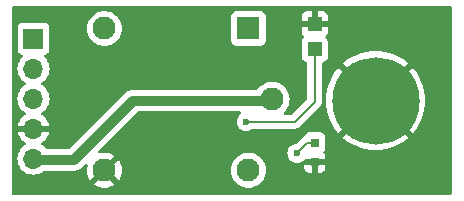
<source format=gbr>
%TF.GenerationSoftware,KiCad,Pcbnew,8.0.7*%
%TF.CreationDate,2025-03-16T23:49:03-07:00*%
%TF.ProjectId,RelaySwitchCompact,52656c61-7953-4776-9974-6368436f6d70,rev?*%
%TF.SameCoordinates,Original*%
%TF.FileFunction,Copper,L1,Top*%
%TF.FilePolarity,Positive*%
%FSLAX46Y46*%
G04 Gerber Fmt 4.6, Leading zero omitted, Abs format (unit mm)*
G04 Created by KiCad (PCBNEW 8.0.7) date 2025-03-16 23:49:03*
%MOMM*%
%LPD*%
G01*
G04 APERTURE LIST*
%TA.AperFunction,ComponentPad*%
%ADD10R,1.950000X1.950000*%
%TD*%
%TA.AperFunction,ComponentPad*%
%ADD11C,1.950000*%
%TD*%
%TA.AperFunction,ComponentPad*%
%ADD12R,1.700000X1.700000*%
%TD*%
%TA.AperFunction,ComponentPad*%
%ADD13O,1.700000X1.700000*%
%TD*%
%TA.AperFunction,SMDPad,CuDef*%
%ADD14R,1.200000X1.200000*%
%TD*%
%TA.AperFunction,SMDPad,CuDef*%
%ADD15R,0.800000X0.800000*%
%TD*%
%TA.AperFunction,ComponentPad*%
%ADD16C,7.400000*%
%TD*%
%TA.AperFunction,ViaPad*%
%ADD17C,0.500000*%
%TD*%
%TA.AperFunction,ViaPad*%
%ADD18C,0.600000*%
%TD*%
%TA.AperFunction,Conductor*%
%ADD19C,0.850000*%
%TD*%
%TA.AperFunction,Conductor*%
%ADD20C,0.200000*%
%TD*%
G04 APERTURE END LIST*
D10*
%TO.P,K1,1*%
%TO.N,Net-(U2-C)*%
X170500000Y-97400000D03*
D11*
%TO.P,K1,2*%
%TO.N,/RelayOut*%
X172500000Y-103400000D03*
%TO.P,K1,3*%
%TO.N,+5V*%
X170500000Y-109400000D03*
%TO.P,K1,4*%
%TO.N,GND*%
X158300000Y-109400000D03*
%TO.P,K1,5*%
%TO.N,Net-(F1-Pad1)*%
X158300000Y-97400000D03*
%TD*%
D12*
%TO.P,J1,1,Pin_1*%
%TO.N,/RelayIn*%
X152300000Y-98260000D03*
D13*
%TO.P,J1,2,Pin_2*%
%TO.N,+5V*%
X152300000Y-100800000D03*
%TO.P,J1,3,Pin_3*%
%TO.N,/GPIO*%
X152300000Y-103340000D03*
%TO.P,J1,4,Pin_4*%
%TO.N,GND*%
X152300000Y-105880000D03*
%TO.P,J1,5,Pin_5*%
%TO.N,/RelayOut*%
X152300000Y-108420000D03*
%TD*%
D14*
%TO.P,LED2,A*%
%TO.N,Net-(LED2-PadA)*%
X176100000Y-99150000D03*
%TO.P,LED2,C*%
%TO.N,GND*%
X176100000Y-97050000D03*
%TD*%
D15*
%TO.P,LED1,1,K*%
%TO.N,GND*%
X176100000Y-108725000D03*
%TO.P,LED1,2,A*%
%TO.N,Net-(LED1-A)*%
X176100000Y-107075000D03*
%TD*%
D16*
%TO.P,H1,1,1*%
%TO.N,GND*%
X181260000Y-103500000D03*
%TD*%
D17*
%TO.N,GND*%
X165500000Y-99300000D03*
X165500000Y-101200000D03*
X165500000Y-97500000D03*
X165500000Y-107300000D03*
X165500000Y-105100000D03*
X168100000Y-105100000D03*
D18*
%TO.N,Net-(LED1-A)*%
X174600000Y-107965000D03*
%TO.N,Net-(LED2-PadA)*%
X170300000Y-105300000D03*
%TD*%
D19*
%TO.N,/RelayOut*%
X160750000Y-103500000D02*
X172450000Y-103500000D01*
X172450000Y-103500000D02*
X172500000Y-103450000D01*
X155750000Y-108500000D02*
X160750000Y-103500000D01*
X152300000Y-108500000D02*
X155750000Y-108500000D01*
D20*
%TO.N,GND*%
X181260000Y-103580000D02*
X184520000Y-103580000D01*
X184520000Y-103580000D02*
X184700000Y-103400000D01*
%TO.N,Net-(LED1-A)*%
X175490000Y-107075000D02*
X174600000Y-107965000D01*
X176100000Y-107075000D02*
X175490000Y-107075000D01*
%TO.N,Net-(LED2-PadA)*%
X170300000Y-105300000D02*
X174400000Y-105300000D01*
X174400000Y-105300000D02*
X176100000Y-103600000D01*
X176100000Y-103600000D02*
X176100000Y-99150000D01*
%TD*%
%TA.AperFunction,Conductor*%
%TO.N,GND*%
G36*
X187652037Y-95520185D02*
G01*
X187697792Y-95572989D01*
X187708997Y-95624495D01*
X187709239Y-103504966D01*
X187709481Y-111375496D01*
X187689798Y-111442536D01*
X187636996Y-111488293D01*
X187585481Y-111499500D01*
X150624500Y-111499500D01*
X150557461Y-111479815D01*
X150511706Y-111427011D01*
X150500500Y-111375500D01*
X150500500Y-100799999D01*
X150944341Y-100799999D01*
X150944341Y-100800000D01*
X150964936Y-101035403D01*
X150964938Y-101035413D01*
X151026094Y-101263655D01*
X151026096Y-101263659D01*
X151026097Y-101263663D01*
X151125965Y-101477830D01*
X151125967Y-101477834D01*
X151261501Y-101671395D01*
X151261506Y-101671402D01*
X151428597Y-101838493D01*
X151428603Y-101838498D01*
X151614158Y-101968425D01*
X151657783Y-102023002D01*
X151664977Y-102092500D01*
X151633454Y-102154855D01*
X151614158Y-102171575D01*
X151428597Y-102301505D01*
X151261505Y-102468597D01*
X151125965Y-102662169D01*
X151125964Y-102662171D01*
X151026098Y-102876335D01*
X151026094Y-102876344D01*
X150964938Y-103104586D01*
X150964936Y-103104596D01*
X150944341Y-103339999D01*
X150944341Y-103340000D01*
X150964936Y-103575403D01*
X150964938Y-103575413D01*
X151026094Y-103803655D01*
X151026096Y-103803659D01*
X151026097Y-103803663D01*
X151103063Y-103968716D01*
X151125965Y-104017830D01*
X151125967Y-104017834D01*
X151186768Y-104104666D01*
X151261505Y-104211401D01*
X151428599Y-104378495D01*
X151594178Y-104494435D01*
X151614594Y-104508730D01*
X151658219Y-104563307D01*
X151665413Y-104632805D01*
X151633890Y-104695160D01*
X151614595Y-104711880D01*
X151428922Y-104841890D01*
X151428920Y-104841891D01*
X151261891Y-105008920D01*
X151261886Y-105008926D01*
X151126400Y-105202420D01*
X151126399Y-105202422D01*
X151026570Y-105416507D01*
X151026567Y-105416513D01*
X150969364Y-105629999D01*
X150969364Y-105630000D01*
X151866988Y-105630000D01*
X151834075Y-105687007D01*
X151800000Y-105814174D01*
X151800000Y-105945826D01*
X151834075Y-106072993D01*
X151866988Y-106130000D01*
X150969364Y-106130000D01*
X151026567Y-106343486D01*
X151026570Y-106343492D01*
X151126399Y-106557578D01*
X151261894Y-106751082D01*
X151428917Y-106918105D01*
X151614595Y-107048119D01*
X151658219Y-107102696D01*
X151665412Y-107172195D01*
X151633890Y-107234549D01*
X151614595Y-107251269D01*
X151428594Y-107381508D01*
X151261505Y-107548597D01*
X151125965Y-107742169D01*
X151125964Y-107742171D01*
X151026098Y-107956335D01*
X151026094Y-107956344D01*
X150964938Y-108184586D01*
X150964936Y-108184596D01*
X150944341Y-108419999D01*
X150944341Y-108420000D01*
X150964936Y-108655403D01*
X150964938Y-108655413D01*
X151026094Y-108883655D01*
X151026096Y-108883659D01*
X151026097Y-108883663D01*
X151073654Y-108985649D01*
X151125965Y-109097830D01*
X151125967Y-109097834D01*
X151178490Y-109172844D01*
X151261505Y-109291401D01*
X151428599Y-109458495D01*
X151462435Y-109482187D01*
X151622165Y-109594032D01*
X151622167Y-109594033D01*
X151622170Y-109594035D01*
X151836337Y-109693903D01*
X152064592Y-109755063D01*
X152252918Y-109771539D01*
X152299999Y-109775659D01*
X152300000Y-109775659D01*
X152300001Y-109775659D01*
X152339234Y-109772226D01*
X152535408Y-109755063D01*
X152763663Y-109693903D01*
X152977830Y-109594035D01*
X153171401Y-109458495D01*
X153171413Y-109458482D01*
X153175544Y-109455018D01*
X153177111Y-109456885D01*
X153229400Y-109428334D01*
X153255758Y-109425500D01*
X155841156Y-109425500D01*
X155961445Y-109401572D01*
X156019958Y-109389933D01*
X156132245Y-109343422D01*
X156188387Y-109320168D01*
X156188391Y-109320166D01*
X156263672Y-109269864D01*
X156339972Y-109218883D01*
X156670107Y-108888748D01*
X156731430Y-108855263D01*
X156801121Y-108860247D01*
X156857055Y-108902118D01*
X156881472Y-108967583D01*
X156877994Y-109006868D01*
X156840130Y-109156392D01*
X156819945Y-109399994D01*
X156819945Y-109400005D01*
X156840130Y-109643605D01*
X156900138Y-109880573D01*
X156998328Y-110104424D01*
X157094626Y-110251820D01*
X157698958Y-109647487D01*
X157723978Y-109707890D01*
X157795112Y-109814351D01*
X157885649Y-109904888D01*
X157992110Y-109976022D01*
X158052510Y-110001041D01*
X157447757Y-110605793D01*
X157447758Y-110605794D01*
X157490485Y-110639050D01*
X157490485Y-110639051D01*
X157705468Y-110755394D01*
X157705476Y-110755397D01*
X157936664Y-110834765D01*
X158177779Y-110875000D01*
X158422221Y-110875000D01*
X158663335Y-110834765D01*
X158894523Y-110755397D01*
X158894531Y-110755394D01*
X159109515Y-110639050D01*
X159109516Y-110639048D01*
X159152240Y-110605794D01*
X159152241Y-110605793D01*
X158547488Y-110001041D01*
X158607890Y-109976022D01*
X158714351Y-109904888D01*
X158804888Y-109814351D01*
X158876022Y-109707890D01*
X158901041Y-109647488D01*
X159505372Y-110251820D01*
X159601669Y-110104429D01*
X159699861Y-109880573D01*
X159759869Y-109643605D01*
X159780055Y-109400005D01*
X159780055Y-109399994D01*
X169019443Y-109399994D01*
X169019443Y-109400005D01*
X169039634Y-109643683D01*
X169039636Y-109643695D01*
X169099663Y-109880734D01*
X169197888Y-110104666D01*
X169331632Y-110309378D01*
X169497242Y-110489277D01*
X169497252Y-110489286D01*
X169689670Y-110639051D01*
X169690212Y-110639473D01*
X169905267Y-110755855D01*
X169905270Y-110755856D01*
X170136541Y-110835251D01*
X170136543Y-110835251D01*
X170136545Y-110835252D01*
X170377737Y-110875500D01*
X170377738Y-110875500D01*
X170622262Y-110875500D01*
X170622263Y-110875500D01*
X170863455Y-110835252D01*
X171094733Y-110755855D01*
X171309788Y-110639473D01*
X171502754Y-110489281D01*
X171668368Y-110309377D01*
X171802111Y-110104667D01*
X171900336Y-109880736D01*
X171960364Y-109643692D01*
X171961913Y-109624999D01*
X171980557Y-109400005D01*
X171980557Y-109399994D01*
X171961735Y-109172844D01*
X175200000Y-109172844D01*
X175206401Y-109232372D01*
X175206403Y-109232379D01*
X175256645Y-109367086D01*
X175256649Y-109367093D01*
X175342809Y-109482187D01*
X175342812Y-109482190D01*
X175457906Y-109568350D01*
X175457913Y-109568354D01*
X175592620Y-109618596D01*
X175592627Y-109618598D01*
X175652155Y-109624999D01*
X175652172Y-109625000D01*
X175850000Y-109625000D01*
X176350000Y-109625000D01*
X176547828Y-109625000D01*
X176547844Y-109624999D01*
X176607372Y-109618598D01*
X176607379Y-109618596D01*
X176742086Y-109568354D01*
X176742093Y-109568350D01*
X176857187Y-109482190D01*
X176857190Y-109482187D01*
X176943350Y-109367093D01*
X176943354Y-109367086D01*
X176993596Y-109232379D01*
X176993598Y-109232372D01*
X176999999Y-109172844D01*
X177000000Y-109172827D01*
X177000000Y-108975000D01*
X176350000Y-108975000D01*
X176350000Y-109625000D01*
X175850000Y-109625000D01*
X175850000Y-108975000D01*
X175200000Y-108975000D01*
X175200000Y-109172844D01*
X171961735Y-109172844D01*
X171960365Y-109156316D01*
X171960363Y-109156304D01*
X171900336Y-108919265D01*
X171874448Y-108860247D01*
X171802111Y-108695333D01*
X171736440Y-108594815D01*
X171668367Y-108490621D01*
X171502757Y-108310722D01*
X171502747Y-108310713D01*
X171309791Y-108160529D01*
X171309787Y-108160526D01*
X171094734Y-108044145D01*
X171094729Y-108044143D01*
X170864180Y-107964996D01*
X173794435Y-107964996D01*
X173794435Y-107965003D01*
X173814630Y-108144249D01*
X173814631Y-108144254D01*
X173874211Y-108314523D01*
X173940487Y-108420000D01*
X173970184Y-108467262D01*
X174097738Y-108594816D01*
X174188080Y-108651582D01*
X174194169Y-108655408D01*
X174250478Y-108690789D01*
X174264156Y-108695575D01*
X174420745Y-108750368D01*
X174420750Y-108750369D01*
X174599996Y-108770565D01*
X174600000Y-108770565D01*
X174600004Y-108770565D01*
X174779249Y-108750369D01*
X174779252Y-108750368D01*
X174779255Y-108750368D01*
X174949522Y-108690789D01*
X175102262Y-108594816D01*
X175185759Y-108511319D01*
X175247082Y-108477834D01*
X175273440Y-108475000D01*
X177000000Y-108475000D01*
X177000000Y-108277172D01*
X176999999Y-108277155D01*
X176993598Y-108217627D01*
X176993596Y-108217620D01*
X176943354Y-108082913D01*
X176943353Y-108082911D01*
X176862366Y-107974727D01*
X176837949Y-107909263D01*
X176852800Y-107840990D01*
X176862357Y-107826118D01*
X176943796Y-107717331D01*
X176994091Y-107582483D01*
X177000500Y-107522873D01*
X177000499Y-106627128D01*
X176994091Y-106567517D01*
X176991996Y-106561901D01*
X176943797Y-106432671D01*
X176943793Y-106432664D01*
X176857547Y-106317455D01*
X176857544Y-106317452D01*
X176742335Y-106231206D01*
X176742328Y-106231202D01*
X176607482Y-106180908D01*
X176607483Y-106180908D01*
X176547883Y-106174501D01*
X176547881Y-106174500D01*
X176547873Y-106174500D01*
X176547864Y-106174500D01*
X175652129Y-106174500D01*
X175652123Y-106174501D01*
X175592516Y-106180908D01*
X175457671Y-106231202D01*
X175457664Y-106231206D01*
X175342455Y-106317452D01*
X175342452Y-106317455D01*
X175256205Y-106432665D01*
X175256204Y-106432667D01*
X175231892Y-106497849D01*
X175190020Y-106553782D01*
X175177712Y-106561901D01*
X175121284Y-106594479D01*
X175121282Y-106594481D01*
X175009478Y-106706286D01*
X174581465Y-107134298D01*
X174520142Y-107167783D01*
X174507668Y-107169837D01*
X174420750Y-107179630D01*
X174250478Y-107239210D01*
X174097737Y-107335184D01*
X173970184Y-107462737D01*
X173874211Y-107615476D01*
X173814631Y-107785745D01*
X173814630Y-107785750D01*
X173794435Y-107964996D01*
X170864180Y-107964996D01*
X170863458Y-107964748D01*
X170649565Y-107929056D01*
X170622263Y-107924500D01*
X170377737Y-107924500D01*
X170350435Y-107929056D01*
X170136541Y-107964748D01*
X169905270Y-108044143D01*
X169905265Y-108044145D01*
X169690212Y-108160526D01*
X169690208Y-108160529D01*
X169497252Y-108310713D01*
X169497242Y-108310722D01*
X169331632Y-108490621D01*
X169197888Y-108695333D01*
X169099663Y-108919265D01*
X169039636Y-109156304D01*
X169039634Y-109156316D01*
X169019443Y-109399994D01*
X159780055Y-109399994D01*
X159759869Y-109156394D01*
X159699861Y-108919426D01*
X159601671Y-108695575D01*
X159505372Y-108548178D01*
X158901041Y-109152510D01*
X158876022Y-109092110D01*
X158804888Y-108985649D01*
X158714351Y-108895112D01*
X158607890Y-108823978D01*
X158547487Y-108798958D01*
X159152240Y-108194205D01*
X159152240Y-108194204D01*
X159109514Y-108160949D01*
X159109514Y-108160948D01*
X158894531Y-108044605D01*
X158894523Y-108044602D01*
X158663335Y-107965234D01*
X158422221Y-107925000D01*
X158177779Y-107925000D01*
X157936665Y-107965234D01*
X157921225Y-107970535D01*
X157851427Y-107973684D01*
X157791006Y-107938597D01*
X157759146Y-107876414D01*
X157765963Y-107806877D01*
X157793283Y-107765572D01*
X161097036Y-104461819D01*
X161158359Y-104428334D01*
X161184717Y-104425500D01*
X169756737Y-104425500D01*
X169823776Y-104445185D01*
X169869531Y-104497989D01*
X169879475Y-104567147D01*
X169850450Y-104630703D01*
X169822710Y-104654492D01*
X169818240Y-104657302D01*
X169797737Y-104670184D01*
X169670184Y-104797737D01*
X169574211Y-104950476D01*
X169514631Y-105120745D01*
X169514630Y-105120750D01*
X169494435Y-105299996D01*
X169494435Y-105300003D01*
X169514630Y-105479249D01*
X169514631Y-105479254D01*
X169574211Y-105649523D01*
X169670184Y-105802262D01*
X169797738Y-105929816D01*
X169950478Y-106025789D01*
X170085379Y-106072993D01*
X170120745Y-106085368D01*
X170120750Y-106085369D01*
X170299996Y-106105565D01*
X170300000Y-106105565D01*
X170300004Y-106105565D01*
X170479249Y-106085369D01*
X170479252Y-106085368D01*
X170479255Y-106085368D01*
X170649522Y-106025789D01*
X170802262Y-105929816D01*
X170802267Y-105929810D01*
X170805097Y-105927555D01*
X170807275Y-105926665D01*
X170808158Y-105926111D01*
X170808255Y-105926265D01*
X170869783Y-105901145D01*
X170882412Y-105900500D01*
X174313331Y-105900500D01*
X174313347Y-105900501D01*
X174320943Y-105900501D01*
X174479054Y-105900501D01*
X174479057Y-105900501D01*
X174631785Y-105859577D01*
X174681904Y-105830639D01*
X174768716Y-105780520D01*
X174880520Y-105668716D01*
X174880520Y-105668714D01*
X174890728Y-105658507D01*
X174890730Y-105658504D01*
X176458506Y-104090728D01*
X176458511Y-104090724D01*
X176468714Y-104080520D01*
X176468716Y-104080520D01*
X176580520Y-103968716D01*
X176583924Y-103962818D01*
X176631315Y-103880737D01*
X176631315Y-103880736D01*
X176659577Y-103831785D01*
X176700500Y-103679057D01*
X176700500Y-103520943D01*
X176700500Y-103500000D01*
X177054935Y-103500000D01*
X177075185Y-103912176D01*
X177135735Y-104320373D01*
X177236007Y-104720676D01*
X177375019Y-105109189D01*
X177375027Y-105109209D01*
X177551466Y-105482257D01*
X177763614Y-105836206D01*
X178009441Y-106167664D01*
X178118478Y-106287967D01*
X179787060Y-104619384D01*
X179866112Y-104722407D01*
X180037593Y-104893888D01*
X180140613Y-104972938D01*
X178472031Y-106641520D01*
X178592335Y-106750558D01*
X178923793Y-106996385D01*
X179277742Y-107208533D01*
X179650790Y-107384972D01*
X179650810Y-107384980D01*
X180039323Y-107523992D01*
X180439626Y-107624264D01*
X180847823Y-107684814D01*
X181260000Y-107705064D01*
X181672176Y-107684814D01*
X182080373Y-107624264D01*
X182480676Y-107523992D01*
X182869189Y-107384980D01*
X182869209Y-107384972D01*
X183242257Y-107208533D01*
X183596206Y-106996385D01*
X183927670Y-106750554D01*
X184047967Y-106641521D01*
X184047967Y-106641519D01*
X182379385Y-104972938D01*
X182482407Y-104893888D01*
X182653888Y-104722407D01*
X182732938Y-104619385D01*
X184401519Y-106287967D01*
X184401521Y-106287967D01*
X184510554Y-106167670D01*
X184756385Y-105836206D01*
X184968533Y-105482257D01*
X185144972Y-105109209D01*
X185144980Y-105109189D01*
X185283992Y-104720676D01*
X185384264Y-104320373D01*
X185444814Y-103912176D01*
X185465064Y-103500000D01*
X185444814Y-103087823D01*
X185384264Y-102679626D01*
X185283992Y-102279323D01*
X185144980Y-101890810D01*
X185144972Y-101890790D01*
X184968533Y-101517742D01*
X184756385Y-101163793D01*
X184510558Y-100832335D01*
X184401520Y-100712031D01*
X182732938Y-102380613D01*
X182653888Y-102277593D01*
X182482407Y-102106112D01*
X182379384Y-102027060D01*
X184047967Y-100358478D01*
X183927664Y-100249441D01*
X183596206Y-100003614D01*
X183242257Y-99791466D01*
X182869209Y-99615027D01*
X182869189Y-99615019D01*
X182480676Y-99476007D01*
X182080373Y-99375735D01*
X181672176Y-99315185D01*
X181260000Y-99294935D01*
X180847823Y-99315185D01*
X180439626Y-99375735D01*
X180039323Y-99476007D01*
X179650810Y-99615019D01*
X179650790Y-99615027D01*
X179277742Y-99791466D01*
X178923793Y-100003614D01*
X178592329Y-100249445D01*
X178472031Y-100358477D01*
X178472031Y-100358478D01*
X180140614Y-102027061D01*
X180037593Y-102106112D01*
X179866112Y-102277593D01*
X179787061Y-102380614D01*
X178118478Y-100712031D01*
X178118477Y-100712031D01*
X178009445Y-100832329D01*
X177763614Y-101163793D01*
X177551466Y-101517742D01*
X177375027Y-101890790D01*
X177375019Y-101890810D01*
X177236007Y-102279323D01*
X177135735Y-102679626D01*
X177075185Y-103087823D01*
X177054935Y-103500000D01*
X176700500Y-103500000D01*
X176700500Y-100366975D01*
X176720185Y-100299937D01*
X176772989Y-100254182D01*
X176800135Y-100246736D01*
X176799932Y-100245876D01*
X176807479Y-100244092D01*
X176807481Y-100244091D01*
X176807483Y-100244091D01*
X176942331Y-100193796D01*
X177057546Y-100107546D01*
X177143796Y-99992331D01*
X177194091Y-99857483D01*
X177200500Y-99797873D01*
X177200499Y-98502128D01*
X177194091Y-98442517D01*
X177186765Y-98422876D01*
X177143797Y-98307671D01*
X177143793Y-98307664D01*
X177057547Y-98192455D01*
X177052416Y-98187324D01*
X177018931Y-98126001D01*
X177023915Y-98056309D01*
X177052416Y-98011962D01*
X177057190Y-98007187D01*
X177143350Y-97892093D01*
X177143354Y-97892086D01*
X177193596Y-97757379D01*
X177193598Y-97757372D01*
X177199999Y-97697844D01*
X177200000Y-97697827D01*
X177200000Y-97300000D01*
X175000000Y-97300000D01*
X175000000Y-97697844D01*
X175006401Y-97757372D01*
X175006403Y-97757379D01*
X175056645Y-97892086D01*
X175056649Y-97892093D01*
X175142809Y-98007187D01*
X175147584Y-98011962D01*
X175181069Y-98073285D01*
X175176085Y-98142977D01*
X175147584Y-98187324D01*
X175142452Y-98192455D01*
X175056206Y-98307664D01*
X175056202Y-98307671D01*
X175005908Y-98442517D01*
X174999501Y-98502116D01*
X174999501Y-98502123D01*
X174999500Y-98502135D01*
X174999500Y-99797870D01*
X174999501Y-99797876D01*
X175005908Y-99857483D01*
X175056202Y-99992328D01*
X175056206Y-99992335D01*
X175142452Y-100107544D01*
X175142455Y-100107547D01*
X175257664Y-100193793D01*
X175257671Y-100193797D01*
X175392517Y-100244091D01*
X175400062Y-100245874D01*
X175399523Y-100248151D01*
X175453287Y-100270408D01*
X175493147Y-100327793D01*
X175499500Y-100366975D01*
X175499500Y-103299903D01*
X175479815Y-103366942D01*
X175463181Y-103387584D01*
X174187584Y-104663181D01*
X174126261Y-104696666D01*
X174099903Y-104699500D01*
X173591925Y-104699500D01*
X173524886Y-104679815D01*
X173479131Y-104627011D01*
X173469187Y-104557853D01*
X173498212Y-104494297D01*
X173500695Y-104491517D01*
X173502751Y-104489282D01*
X173502754Y-104489281D01*
X173668368Y-104309377D01*
X173802111Y-104104667D01*
X173900336Y-103880736D01*
X173960364Y-103643692D01*
X173966022Y-103575413D01*
X173980557Y-103400005D01*
X173980557Y-103399994D01*
X173960365Y-103156316D01*
X173960363Y-103156304D01*
X173900336Y-102919265D01*
X173881509Y-102876344D01*
X173802111Y-102695333D01*
X173668368Y-102490623D01*
X173668367Y-102490621D01*
X173502757Y-102310722D01*
X173502747Y-102310713D01*
X173309791Y-102160529D01*
X173309787Y-102160526D01*
X173094734Y-102044145D01*
X173094729Y-102044143D01*
X172863458Y-101964748D01*
X172682561Y-101934562D01*
X172622263Y-101924500D01*
X172377737Y-101924500D01*
X172329498Y-101932549D01*
X172136541Y-101964748D01*
X171905270Y-102044143D01*
X171905265Y-102044145D01*
X171690212Y-102160526D01*
X171690208Y-102160529D01*
X171497252Y-102310713D01*
X171497242Y-102310722D01*
X171331632Y-102490621D01*
X171313536Y-102518321D01*
X171260390Y-102563678D01*
X171209727Y-102574500D01*
X160658841Y-102574500D01*
X160480049Y-102610064D01*
X160480041Y-102610066D01*
X160382429Y-102650499D01*
X160311613Y-102679831D01*
X160311604Y-102679836D01*
X160234860Y-102731116D01*
X160160025Y-102781118D01*
X160160022Y-102781121D01*
X155402964Y-107538181D01*
X155341641Y-107571666D01*
X155315283Y-107574500D01*
X153415759Y-107574500D01*
X153348720Y-107554815D01*
X153328078Y-107538182D01*
X153252633Y-107462737D01*
X153171401Y-107381505D01*
X152985405Y-107251269D01*
X152941781Y-107196692D01*
X152934588Y-107127193D01*
X152966110Y-107064839D01*
X152985405Y-107048119D01*
X153171082Y-106918105D01*
X153338105Y-106751082D01*
X153473600Y-106557578D01*
X153573429Y-106343492D01*
X153573432Y-106343486D01*
X153630636Y-106130000D01*
X152733012Y-106130000D01*
X152765925Y-106072993D01*
X152800000Y-105945826D01*
X152800000Y-105814174D01*
X152765925Y-105687007D01*
X152733012Y-105630000D01*
X153630636Y-105630000D01*
X153630635Y-105629999D01*
X153573432Y-105416513D01*
X153573429Y-105416507D01*
X153473600Y-105202422D01*
X153473599Y-105202420D01*
X153338113Y-105008926D01*
X153338108Y-105008920D01*
X153171078Y-104841890D01*
X152985405Y-104711879D01*
X152941780Y-104657302D01*
X152934588Y-104587804D01*
X152966110Y-104525449D01*
X152985406Y-104508730D01*
X153000746Y-104497989D01*
X153171401Y-104378495D01*
X153338495Y-104211401D01*
X153474035Y-104017830D01*
X153573903Y-103803663D01*
X153635063Y-103575408D01*
X153655659Y-103340000D01*
X153635063Y-103104592D01*
X153573903Y-102876337D01*
X153474035Y-102662171D01*
X153465863Y-102650499D01*
X153338494Y-102468597D01*
X153171402Y-102301506D01*
X153171396Y-102301501D01*
X152985842Y-102171575D01*
X152942217Y-102116998D01*
X152935023Y-102047500D01*
X152966546Y-101985145D01*
X152985842Y-101968425D01*
X153048573Y-101924500D01*
X153171401Y-101838495D01*
X153338495Y-101671401D01*
X153474035Y-101477830D01*
X153573903Y-101263663D01*
X153635063Y-101035408D01*
X153655659Y-100800000D01*
X153635063Y-100564592D01*
X153573903Y-100336337D01*
X153474035Y-100122171D01*
X153463795Y-100107547D01*
X153338496Y-99928600D01*
X153338495Y-99928599D01*
X153216567Y-99806671D01*
X153183084Y-99745351D01*
X153188068Y-99675659D01*
X153229939Y-99619725D01*
X153260915Y-99602810D01*
X153392331Y-99553796D01*
X153507546Y-99467546D01*
X153593796Y-99352331D01*
X153644091Y-99217483D01*
X153650500Y-99157873D01*
X153650499Y-97399994D01*
X156819443Y-97399994D01*
X156819443Y-97400005D01*
X156839634Y-97643683D01*
X156839636Y-97643695D01*
X156899663Y-97880734D01*
X156997888Y-98104666D01*
X157131632Y-98309378D01*
X157297242Y-98489277D01*
X157297252Y-98489286D01*
X157490208Y-98639470D01*
X157490212Y-98639473D01*
X157662197Y-98732547D01*
X157705267Y-98755855D01*
X157705270Y-98755856D01*
X157936541Y-98835251D01*
X157936543Y-98835251D01*
X157936545Y-98835252D01*
X158177737Y-98875500D01*
X158177738Y-98875500D01*
X158422262Y-98875500D01*
X158422263Y-98875500D01*
X158663455Y-98835252D01*
X158894733Y-98755855D01*
X159109788Y-98639473D01*
X159302754Y-98489281D01*
X159468368Y-98309377D01*
X159602111Y-98104667D01*
X159700336Y-97880736D01*
X159760364Y-97643692D01*
X159780557Y-97400000D01*
X159777419Y-97362135D01*
X159760365Y-97156316D01*
X159760363Y-97156304D01*
X159700336Y-96919265D01*
X159698863Y-96915908D01*
X159602111Y-96695333D01*
X159468368Y-96490623D01*
X159468367Y-96490621D01*
X159363895Y-96377135D01*
X169024500Y-96377135D01*
X169024500Y-98422870D01*
X169024501Y-98422876D01*
X169030908Y-98482483D01*
X169081202Y-98617328D01*
X169081206Y-98617335D01*
X169167452Y-98732544D01*
X169167455Y-98732547D01*
X169282664Y-98818793D01*
X169282671Y-98818797D01*
X169417517Y-98869091D01*
X169417516Y-98869091D01*
X169424444Y-98869835D01*
X169477127Y-98875500D01*
X171522872Y-98875499D01*
X171582483Y-98869091D01*
X171717331Y-98818796D01*
X171832546Y-98732546D01*
X171918796Y-98617331D01*
X171969091Y-98482483D01*
X171975500Y-98422873D01*
X171975499Y-96402155D01*
X175000000Y-96402155D01*
X175000000Y-96800000D01*
X175850000Y-96800000D01*
X176350000Y-96800000D01*
X177200000Y-96800000D01*
X177200000Y-96402172D01*
X177199999Y-96402155D01*
X177193598Y-96342627D01*
X177193596Y-96342620D01*
X177143354Y-96207913D01*
X177143350Y-96207906D01*
X177057190Y-96092812D01*
X177057187Y-96092809D01*
X176942093Y-96006649D01*
X176942086Y-96006645D01*
X176807379Y-95956403D01*
X176807372Y-95956401D01*
X176747844Y-95950000D01*
X176350000Y-95950000D01*
X176350000Y-96800000D01*
X175850000Y-96800000D01*
X175850000Y-95950000D01*
X175452155Y-95950000D01*
X175392627Y-95956401D01*
X175392620Y-95956403D01*
X175257913Y-96006645D01*
X175257906Y-96006649D01*
X175142812Y-96092809D01*
X175142809Y-96092812D01*
X175056649Y-96207906D01*
X175056645Y-96207913D01*
X175006403Y-96342620D01*
X175006401Y-96342627D01*
X175000000Y-96402155D01*
X171975499Y-96402155D01*
X171975499Y-96377128D01*
X171969091Y-96317517D01*
X171966553Y-96310713D01*
X171918797Y-96182671D01*
X171918793Y-96182664D01*
X171832547Y-96067455D01*
X171832544Y-96067452D01*
X171717335Y-95981206D01*
X171717328Y-95981202D01*
X171582482Y-95930908D01*
X171582483Y-95930908D01*
X171522883Y-95924501D01*
X171522881Y-95924500D01*
X171522873Y-95924500D01*
X171522864Y-95924500D01*
X169477129Y-95924500D01*
X169477123Y-95924501D01*
X169417516Y-95930908D01*
X169282671Y-95981202D01*
X169282664Y-95981206D01*
X169167455Y-96067452D01*
X169167452Y-96067455D01*
X169081206Y-96182664D01*
X169081202Y-96182671D01*
X169030908Y-96317517D01*
X169028209Y-96342627D01*
X169024501Y-96377123D01*
X169024500Y-96377135D01*
X159363895Y-96377135D01*
X159302757Y-96310722D01*
X159302747Y-96310713D01*
X159109791Y-96160529D01*
X159109787Y-96160526D01*
X158894734Y-96044145D01*
X158894729Y-96044143D01*
X158663458Y-95964748D01*
X158460664Y-95930908D01*
X158422263Y-95924500D01*
X158177737Y-95924500D01*
X158139336Y-95930908D01*
X157936541Y-95964748D01*
X157705270Y-96044143D01*
X157705265Y-96044145D01*
X157490212Y-96160526D01*
X157490208Y-96160529D01*
X157297252Y-96310713D01*
X157297242Y-96310722D01*
X157131632Y-96490621D01*
X156997888Y-96695333D01*
X156899663Y-96919265D01*
X156839636Y-97156304D01*
X156839634Y-97156316D01*
X156819443Y-97399994D01*
X153650499Y-97399994D01*
X153650499Y-97362128D01*
X153644091Y-97302517D01*
X153643152Y-97300000D01*
X153593797Y-97167671D01*
X153593793Y-97167664D01*
X153507547Y-97052455D01*
X153507544Y-97052452D01*
X153392335Y-96966206D01*
X153392328Y-96966202D01*
X153257482Y-96915908D01*
X153257483Y-96915908D01*
X153197883Y-96909501D01*
X153197881Y-96909500D01*
X153197873Y-96909500D01*
X153197864Y-96909500D01*
X151402129Y-96909500D01*
X151402123Y-96909501D01*
X151342516Y-96915908D01*
X151207671Y-96966202D01*
X151207664Y-96966206D01*
X151092455Y-97052452D01*
X151092452Y-97052455D01*
X151006206Y-97167664D01*
X151006202Y-97167671D01*
X150955908Y-97302517D01*
X150949501Y-97362116D01*
X150949501Y-97362123D01*
X150949500Y-97362135D01*
X150949500Y-99157870D01*
X150949501Y-99157876D01*
X150955908Y-99217483D01*
X151006202Y-99352328D01*
X151006206Y-99352335D01*
X151092452Y-99467544D01*
X151092455Y-99467547D01*
X151207664Y-99553793D01*
X151207671Y-99553797D01*
X151339081Y-99602810D01*
X151395015Y-99644681D01*
X151419432Y-99710145D01*
X151404580Y-99778418D01*
X151383430Y-99806673D01*
X151261503Y-99928600D01*
X151125965Y-100122169D01*
X151125964Y-100122171D01*
X151026098Y-100336335D01*
X151026094Y-100336344D01*
X150964938Y-100564586D01*
X150964936Y-100564596D01*
X150944341Y-100799999D01*
X150500500Y-100799999D01*
X150500500Y-95624500D01*
X150520185Y-95557461D01*
X150572989Y-95511706D01*
X150624500Y-95500500D01*
X177134108Y-95500500D01*
X183934108Y-95500500D01*
X187584998Y-95500500D01*
X187652037Y-95520185D01*
G37*
%TD.AperFunction*%
%TD*%
M02*

</source>
